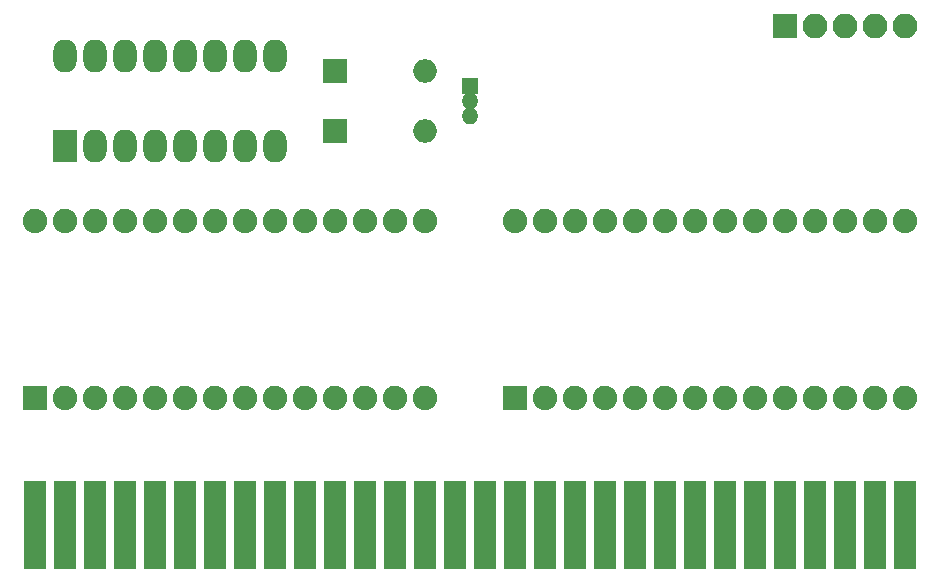
<source format=gts>
G04 #@! TF.FileFunction,Soldermask,Top*
%FSLAX46Y46*%
G04 Gerber Fmt 4.6, Leading zero omitted, Abs format (unit mm)*
G04 Created by KiCad (PCBNEW 4.0.7) date 05/30/18 10:11:06*
%MOMM*%
%LPD*%
G01*
G04 APERTURE LIST*
%ADD10C,0.150000*%
%ADD11R,2.076400X2.076400*%
%ADD12C,2.076400*%
%ADD13R,2.100000X2.100000*%
%ADD14O,2.100000X2.100000*%
%ADD15R,1.924000X7.512000*%
%ADD16R,1.400000X1.400000*%
%ADD17O,1.400000X1.400000*%
%ADD18R,2.000000X2.000000*%
%ADD19O,2.000000X2.000000*%
%ADD20R,2.000000X2.800000*%
%ADD21O,2.000000X2.800000*%
G04 APERTURE END LIST*
D10*
D11*
X95250000Y-105181400D03*
D12*
X97790000Y-105181400D03*
X100330000Y-105181400D03*
X102870000Y-105181400D03*
X105410000Y-105181400D03*
X107950000Y-105181400D03*
X110490000Y-105181400D03*
X113030000Y-105181400D03*
X115570000Y-105181400D03*
X118110000Y-105181400D03*
X120650000Y-105181400D03*
X123190000Y-105181400D03*
X125730000Y-105181400D03*
X128270000Y-105181400D03*
X128270000Y-90170000D03*
X125730000Y-90170000D03*
X123190000Y-90170000D03*
X120650000Y-90170000D03*
X118110000Y-90170000D03*
X115570000Y-90170000D03*
X113030000Y-90170000D03*
X110490000Y-90170000D03*
X107950000Y-90170000D03*
X105410000Y-90170000D03*
X102870000Y-90170000D03*
X100330000Y-90170000D03*
X97790000Y-90170000D03*
X95250000Y-90170000D03*
D11*
X135890000Y-105181400D03*
D12*
X138430000Y-105181400D03*
X140970000Y-105181400D03*
X143510000Y-105181400D03*
X146050000Y-105181400D03*
X148590000Y-105181400D03*
X151130000Y-105181400D03*
X153670000Y-105181400D03*
X156210000Y-105181400D03*
X158750000Y-105181400D03*
X161290000Y-105181400D03*
X163830000Y-105181400D03*
X166370000Y-105181400D03*
X168910000Y-105181400D03*
X168910000Y-90170000D03*
X166370000Y-90170000D03*
X163830000Y-90170000D03*
X161290000Y-90170000D03*
X158750000Y-90170000D03*
X156210000Y-90170000D03*
X153670000Y-90170000D03*
X151130000Y-90170000D03*
X148590000Y-90170000D03*
X146050000Y-90170000D03*
X143510000Y-90170000D03*
X140970000Y-90170000D03*
X138430000Y-90170000D03*
X135890000Y-90170000D03*
D13*
X158750000Y-73660000D03*
D14*
X161290000Y-73660000D03*
X163830000Y-73660000D03*
X166370000Y-73660000D03*
X168910000Y-73660000D03*
D15*
X168910000Y-115887500D03*
X166370000Y-115887500D03*
X163830000Y-115887500D03*
X161290000Y-115887500D03*
X158750000Y-115887500D03*
X156210000Y-115887500D03*
X153670000Y-115887500D03*
X151130000Y-115887500D03*
X148590000Y-115887500D03*
X146050000Y-115887500D03*
X143510000Y-115887500D03*
X140970000Y-115887500D03*
X138430000Y-115887500D03*
X135890000Y-115887500D03*
X133350000Y-115887500D03*
X130810000Y-115887500D03*
X128270000Y-115887500D03*
X125730000Y-115887500D03*
X123190000Y-115887500D03*
X120650000Y-115887500D03*
X118110000Y-115887500D03*
X115570000Y-115887500D03*
X113030000Y-115887500D03*
X110490000Y-115887500D03*
X107950000Y-115887500D03*
X105410000Y-115887500D03*
X102870000Y-115887500D03*
X100330000Y-115887500D03*
X97790000Y-115887500D03*
X95250000Y-115887500D03*
D16*
X132080000Y-78740000D03*
D17*
X132080000Y-80010000D03*
X132080000Y-81280000D03*
D18*
X120650000Y-77470000D03*
D19*
X128270000Y-77470000D03*
D18*
X120650000Y-82550000D03*
D19*
X128270000Y-82550000D03*
D20*
X97790000Y-83820000D03*
D21*
X115570000Y-76200000D03*
X100330000Y-83820000D03*
X113030000Y-76200000D03*
X102870000Y-83820000D03*
X110490000Y-76200000D03*
X105410000Y-83820000D03*
X107950000Y-76200000D03*
X107950000Y-83820000D03*
X105410000Y-76200000D03*
X110490000Y-83820000D03*
X102870000Y-76200000D03*
X113030000Y-83820000D03*
X100330000Y-76200000D03*
X115570000Y-83820000D03*
X97790000Y-76200000D03*
M02*

</source>
